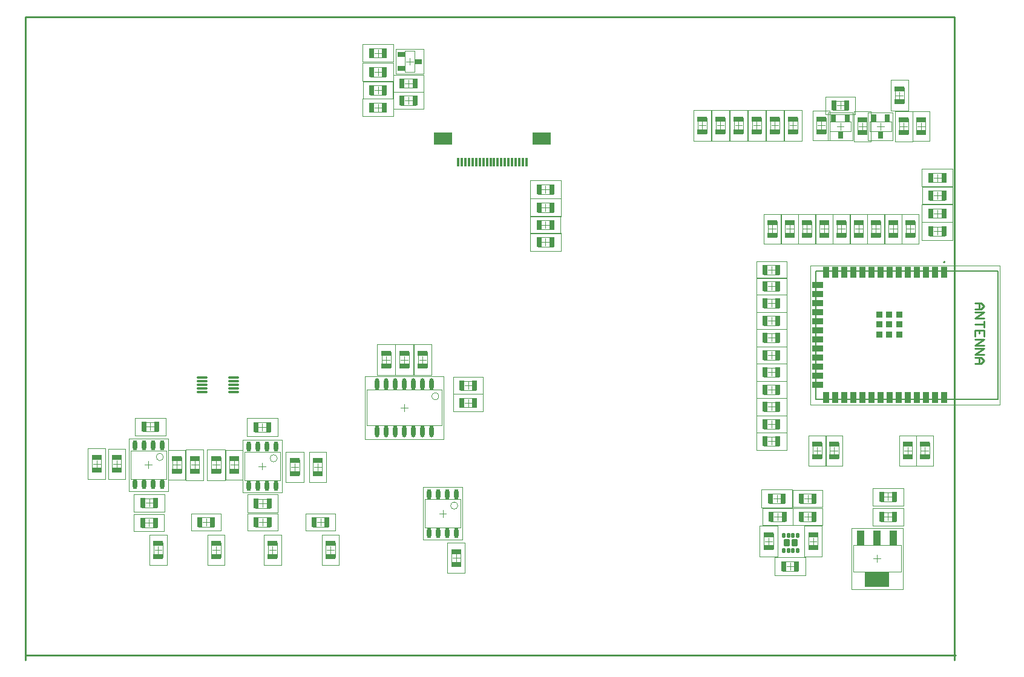
<source format=gtp>
G04*
G04 #@! TF.GenerationSoftware,Altium Limited,Altium Designer,22.0.2 (36)*
G04*
G04 Layer_Color=8421504*
%FSLAX44Y44*%
%MOMM*%
G71*
G04*
G04 #@! TF.SameCoordinates,44A75C0C-92E7-4886-82EC-FF5ABF5C97BD*
G04*
G04*
G04 #@! TF.FilePolarity,Positive*
G04*
G01*
G75*
%ADD11C,0.2540*%
%ADD13C,0.2000*%
%ADD14C,0.1000*%
%ADD15C,0.1270*%
%ADD16C,0.0500*%
%ADD17R,0.7500X1.0000*%
G04:AMPARAMS|DCode=18|XSize=0.6mm|YSize=0.5mm|CornerRadius=0.125mm|HoleSize=0mm|Usage=FLASHONLY|Rotation=90.000|XOffset=0mm|YOffset=0mm|HoleType=Round|Shape=RoundedRectangle|*
%AMROUNDEDRECTD18*
21,1,0.6000,0.2500,0,0,90.0*
21,1,0.3500,0.5000,0,0,90.0*
1,1,0.2500,0.1250,0.1750*
1,1,0.2500,0.1250,-0.1750*
1,1,0.2500,-0.1250,-0.1750*
1,1,0.2500,-0.1250,0.1750*
%
%ADD18ROUNDEDRECTD18*%
G04:AMPARAMS|DCode=19|XSize=1.04mm|YSize=0.85mm|CornerRadius=0.2125mm|HoleSize=0mm|Usage=FLASHONLY|Rotation=90.000|XOffset=0mm|YOffset=0mm|HoleType=Round|Shape=RoundedRectangle|*
%AMROUNDEDRECTD19*
21,1,1.0400,0.4250,0,0,90.0*
21,1,0.6150,0.8500,0,0,90.0*
1,1,0.4250,0.2125,0.3075*
1,1,0.4250,0.2125,-0.3075*
1,1,0.4250,-0.2125,-0.3075*
1,1,0.4250,-0.2125,0.3075*
%
%ADD19ROUNDEDRECTD19*%
%ADD20R,1.0000X2.1500*%
%ADD21R,3.3500X2.1500*%
%ADD22O,0.6000X1.6500*%
G04:AMPARAMS|DCode=23|XSize=1.45mm|YSize=0.3mm|CornerRadius=0.075mm|HoleSize=0mm|Usage=FLASHONLY|Rotation=180.000|XOffset=0mm|YOffset=0mm|HoleType=Round|Shape=RoundedRectangle|*
%AMROUNDEDRECTD23*
21,1,1.4500,0.1500,0,0,180.0*
21,1,1.3000,0.3000,0,0,180.0*
1,1,0.1500,-0.6500,0.0750*
1,1,0.1500,0.6500,0.0750*
1,1,0.1500,0.6500,-0.0750*
1,1,0.1500,-0.6500,-0.0750*
%
%ADD23ROUNDEDRECTD23*%
%ADD24O,0.6000X1.4500*%
%ADD25R,0.9000X0.9000*%
%ADD26R,0.9000X1.5000*%
%ADD27R,1.5000X0.9000*%
%ADD28R,0.8000X1.4000*%
%ADD29R,1.4000X0.8000*%
%ADD30R,1.0000X0.7500*%
%ADD31R,2.5000X1.8000*%
%ADD32R,0.3500X1.3000*%
%ADD33R,0.8000X1.4500*%
%ADD34R,1.4500X0.8000*%
D11*
X1300000D02*
Y900000D01*
X0D02*
X1300000D01*
X1270Y6350D02*
X1301270D01*
X0Y0D02*
Y900000D01*
X1328170Y499660D02*
X1336634D01*
X1340866Y495428D01*
X1336634Y491196D01*
X1328170D01*
X1334518D01*
Y499660D01*
X1328170Y486964D02*
X1340866D01*
X1328170Y478500D01*
X1340866D01*
Y474268D02*
Y465804D01*
Y470036D01*
X1328170D01*
X1340866Y453108D02*
Y461572D01*
X1328170D01*
Y453108D01*
X1334518Y461572D02*
Y457340D01*
X1328170Y448876D02*
X1340866D01*
X1328170Y440412D01*
X1340866D01*
X1328170Y436181D02*
X1340866D01*
X1328170Y427717D01*
X1340866D01*
X1328170Y423485D02*
X1336634D01*
X1340866Y419253D01*
X1336634Y415021D01*
X1328170D01*
X1334518D01*
Y423485D01*
D13*
X1286770Y556660D02*
G03*
X1286770Y556660I-1000J0D01*
G01*
D14*
X578500Y369000D02*
G03*
X578500Y369000I-5000J0D01*
G01*
X605000Y216000D02*
G03*
X605000Y216000I-5000J0D01*
G01*
X352450Y282210D02*
G03*
X352450Y282210I-5000J0D01*
G01*
X193200Y284080D02*
G03*
X193200Y284080I-5000J0D01*
G01*
X1125270Y753760D02*
X1155270D01*
X1125270Y739760D02*
X1155270D01*
Y753760D01*
X1125270Y739760D02*
Y753760D01*
X1158170Y160320D02*
X1225170D01*
X1158170Y123320D02*
X1225170D01*
Y160320D01*
X1158170Y123320D02*
Y160320D01*
X477500Y378000D02*
X582500D01*
X477500Y328000D02*
X582500D01*
Y378000D01*
X477500Y328000D02*
Y378000D01*
X559000Y185000D02*
Y225000D01*
X609000Y185000D02*
Y225000D01*
X559000Y185000D02*
X609000D01*
X559000Y225000D02*
X609000D01*
X306450Y251210D02*
Y291210D01*
X356450Y251210D02*
Y291210D01*
X306450Y251210D02*
X356450D01*
X306450Y291210D02*
X356450D01*
X147200Y253080D02*
Y293080D01*
X197200Y253080D02*
Y293080D01*
X147200Y253080D02*
X197200D01*
X147200Y293080D02*
X197200D01*
X1084060Y232320D02*
X1105060D01*
X1084060Y219320D02*
X1105060D01*
X1084060D02*
Y232320D01*
X1105060Y219320D02*
Y232320D01*
X1042150Y206920D02*
X1063150D01*
X1042150Y193920D02*
X1063150D01*
X1042150D02*
Y206920D01*
X1063150Y193920D02*
Y206920D01*
X1084060D02*
X1105060D01*
X1084060Y193920D02*
X1105060D01*
X1084060D02*
Y206920D01*
X1105060Y193920D02*
Y206920D01*
X525500Y813500D02*
X546500D01*
X525500Y800500D02*
X546500D01*
X525500D02*
Y813500D01*
X546500Y800500D02*
Y813500D01*
X525500Y776500D02*
X546500D01*
X525500Y789500D02*
X546500D01*
Y776500D02*
Y789500D01*
X525500Y776500D02*
Y789500D01*
X596160Y132230D02*
Y153230D01*
X609160Y132230D02*
Y153230D01*
X596160Y132230D02*
X609160D01*
X596160Y153230D02*
X609160D01*
X1033440Y336700D02*
X1054440D01*
X1033440Y323700D02*
X1054440D01*
X1033440D02*
Y336700D01*
X1054440Y323700D02*
Y336700D01*
X1159360Y592750D02*
Y613750D01*
X1172360Y592750D02*
Y613750D01*
X1159360Y592750D02*
X1172360D01*
X1159360Y613750D02*
X1172360D01*
X1033440Y360830D02*
X1054440D01*
X1033440Y347830D02*
X1054440D01*
X1033440D02*
Y360830D01*
X1054440Y347830D02*
Y360830D01*
X1033440Y552600D02*
X1054440D01*
X1033440Y539600D02*
X1054440D01*
X1033440D02*
Y552600D01*
X1054440Y539600D02*
Y552600D01*
X1033440Y396090D02*
X1054440D01*
X1033440Y409090D02*
X1054440D01*
Y396090D02*
Y409090D01*
X1033440Y396090D02*
Y409090D01*
Y312570D02*
X1054440D01*
X1033440Y299570D02*
X1054440D01*
X1033440D02*
Y312570D01*
X1054440Y299570D02*
Y312570D01*
X1033440Y420220D02*
X1054440D01*
X1033440Y433220D02*
X1054440D01*
Y420220D02*
Y433220D01*
X1033440Y420220D02*
Y433220D01*
Y444350D02*
X1054440D01*
X1033440Y457350D02*
X1054440D01*
Y444350D02*
Y457350D01*
X1033440Y444350D02*
Y457350D01*
Y468480D02*
X1054440D01*
X1033440Y481480D02*
X1054440D01*
Y468480D02*
Y481480D01*
X1033440Y468480D02*
Y481480D01*
Y492610D02*
X1054440D01*
X1033440Y505610D02*
X1054440D01*
Y492610D02*
Y505610D01*
X1033440Y492610D02*
Y505610D01*
Y516740D02*
X1054440D01*
X1033440Y529740D02*
X1054440D01*
Y516740D02*
Y529740D01*
X1033440Y516740D02*
Y529740D01*
X1086970Y592750D02*
Y613750D01*
X1099970Y592750D02*
Y613750D01*
X1086970Y592750D02*
X1099970D01*
X1086970Y613750D02*
X1099970D01*
X1183490Y592750D02*
Y613750D01*
X1196490Y592750D02*
Y613750D01*
X1183490Y592750D02*
X1196490D01*
X1183490Y613750D02*
X1196490D01*
X1207620Y592750D02*
Y613750D01*
X1220620Y592750D02*
Y613750D01*
X1207620Y592750D02*
X1220620D01*
X1207620Y613750D02*
X1220620D01*
X1231750Y592750D02*
Y613750D01*
X1244750Y592750D02*
Y613750D01*
X1231750Y592750D02*
X1244750D01*
X1231750Y613750D02*
X1244750D01*
X609012Y390500D02*
X630012D01*
X609012Y377500D02*
X630012D01*
X609012D02*
Y390500D01*
X630012Y377500D02*
Y390500D01*
X609012Y366500D02*
X630012D01*
X609012Y353500D02*
X630012D01*
X609012D02*
Y366500D01*
X630012Y353500D02*
Y366500D01*
X1033440Y384960D02*
X1054440D01*
X1033440Y371960D02*
X1054440D01*
X1033440D02*
Y384960D01*
X1054440Y371960D02*
Y384960D01*
X1051710Y592750D02*
Y613750D01*
X1038710Y592750D02*
Y613750D01*
X1051710D01*
X1038710Y592750D02*
X1051710D01*
X1075840D02*
Y613750D01*
X1062840Y592750D02*
Y613750D01*
X1075840D01*
X1062840Y592750D02*
X1075840D01*
X1124100D02*
Y613750D01*
X1111100Y592750D02*
Y613750D01*
X1124100D01*
X1111100Y592750D02*
X1124100D01*
X1148230D02*
Y613750D01*
X1135230Y592750D02*
Y613750D01*
X1148230D01*
X1135230Y592750D02*
X1148230D01*
X1138070Y282500D02*
Y303500D01*
X1125070Y282500D02*
Y303500D01*
X1138070D01*
X1125070Y282500D02*
X1138070D01*
X1265070D02*
Y303500D01*
X1252070Y282500D02*
Y303500D01*
X1265070D01*
X1252070Y282500D02*
X1265070D01*
X1240940D02*
Y303500D01*
X1227940Y282500D02*
Y303500D01*
X1240940D01*
X1227940Y282500D02*
X1240940D01*
X1246500Y736500D02*
Y757500D01*
X1259500Y736500D02*
Y757500D01*
X1246500Y736500D02*
X1259500D01*
X1246500Y757500D02*
X1259500D01*
X1235510Y736260D02*
Y757260D01*
X1222510Y736260D02*
Y757260D01*
X1235510D01*
X1222510Y736260D02*
X1235510D01*
X1164440D02*
Y757260D01*
X1177440Y736260D02*
Y757260D01*
X1164440Y736260D02*
X1177440D01*
X1164440Y757260D02*
X1177440D01*
X1107100Y737530D02*
Y758530D01*
X1120100Y737530D02*
Y758530D01*
X1107100Y737530D02*
X1120100D01*
X1107100Y758530D02*
X1120100D01*
X1129770Y769470D02*
X1150770D01*
X1129770Y782470D02*
X1150770D01*
Y769470D02*
Y782470D01*
X1129770Y769470D02*
Y782470D01*
X1101500Y282500D02*
Y303500D01*
X1114500Y282500D02*
Y303500D01*
X1101500Y282500D02*
X1114500D01*
X1101500Y303500D02*
X1114500D01*
X162500Y198500D02*
X183500D01*
X162500Y185500D02*
X183500D01*
X162500D02*
Y198500D01*
X183500Y185500D02*
Y198500D01*
X192500Y143500D02*
Y164500D01*
X179500Y143500D02*
Y164500D01*
X192500D01*
X179500Y143500D02*
X192500D01*
X121250Y263850D02*
Y284850D01*
X134250Y263850D02*
Y284850D01*
X121250Y263850D02*
X134250D01*
X121250Y284850D02*
X134250D01*
X242500Y186500D02*
X263500D01*
X242500Y199500D02*
X263500D01*
Y186500D02*
Y199500D01*
X242500Y186500D02*
Y199500D01*
X273500Y143500D02*
Y164500D01*
X260500Y143500D02*
Y164500D01*
X273500D01*
X260500Y143500D02*
X273500D01*
X218500Y262500D02*
Y283500D01*
X205500Y262500D02*
Y283500D01*
X218500D01*
X205500Y262500D02*
X218500D01*
X321500Y199500D02*
X342500D01*
X321500Y186500D02*
X342500D01*
X321500D02*
Y199500D01*
X342500Y186500D02*
Y199500D01*
X352500Y143500D02*
Y164500D01*
X339500Y143500D02*
Y164500D01*
X352500D01*
X339500Y143500D02*
X352500D01*
X285500Y262500D02*
Y283500D01*
X298500Y262500D02*
Y283500D01*
X285500Y262500D02*
X298500D01*
X285500Y283500D02*
X298500D01*
X402500Y186500D02*
X423500D01*
X402500Y199500D02*
X423500D01*
Y186500D02*
Y199500D01*
X402500Y186500D02*
Y199500D01*
X433500Y143500D02*
Y164500D01*
X420500Y143500D02*
Y164500D01*
X433500D01*
X420500Y143500D02*
X433500D01*
X415420Y259440D02*
Y280440D01*
X402420Y259440D02*
Y280440D01*
X415420D01*
X402420Y259440D02*
X415420D01*
X530680Y822620D02*
Y852620D01*
X544680Y822620D02*
Y852620D01*
X530680D02*
X544680D01*
X530680Y822620D02*
X544680D01*
X1181340Y753760D02*
X1211340D01*
X1181340Y739760D02*
X1211340D01*
Y753760D01*
X1181340Y739760D02*
Y753760D01*
X482890Y803830D02*
X503890D01*
X482890Y790830D02*
X503890D01*
X482890D02*
Y803830D01*
X503890Y790830D02*
Y803830D01*
X717110Y615480D02*
X738110D01*
X717110Y602480D02*
X738110D01*
X717110D02*
Y615480D01*
X738110Y602480D02*
Y615480D01*
X1265500Y643500D02*
X1286500D01*
X1265500Y656500D02*
X1286500D01*
Y643500D02*
Y656500D01*
X1265500Y643500D02*
Y656500D01*
X1061880Y219320D02*
Y232320D01*
X1040880Y219320D02*
Y232320D01*
Y219320D02*
X1061880D01*
X1040880Y232320D02*
X1061880D01*
X498500Y430500D02*
X511500D01*
X498500Y409500D02*
X511500D01*
Y430500D01*
X498500Y409500D02*
Y430500D01*
X1067650Y758530D02*
X1080650D01*
X1067650Y737530D02*
X1080650D01*
Y758530D01*
X1067650Y737530D02*
Y758530D01*
X991450D02*
X1004450D01*
X991450Y737530D02*
X1004450D01*
Y758530D01*
X991450Y737530D02*
Y758530D01*
X966050D02*
X979050D01*
X966050Y737530D02*
X979050D01*
Y758530D01*
X966050Y737530D02*
Y758530D01*
X183970Y213240D02*
Y226240D01*
X162970Y213240D02*
Y226240D01*
Y213240D02*
X183970D01*
X162970Y226240D02*
X183970D01*
X185240Y319920D02*
Y332920D01*
X164240Y319920D02*
Y332920D01*
Y319920D02*
X185240D01*
X164240Y332920D02*
X185240D01*
X342500Y212500D02*
Y225500D01*
X321500Y212500D02*
Y225500D01*
Y212500D02*
X342500D01*
X321500Y225500D02*
X342500D01*
X341950Y319320D02*
Y332320D01*
X320950Y319320D02*
Y332320D01*
Y319320D02*
X341950D01*
X320950Y332320D02*
X341950D01*
X1095680Y155630D02*
Y176630D01*
X1108680Y155630D02*
Y176630D01*
X1095680Y155630D02*
X1108680D01*
X1095680Y176630D02*
X1108680D01*
X1196410Y193740D02*
X1217410D01*
X1196410Y206740D02*
X1217410D01*
Y193740D02*
Y206740D01*
X1196410Y193740D02*
Y206740D01*
Y221680D02*
X1217410D01*
X1196410Y234680D02*
X1217410D01*
Y221680D02*
Y234680D01*
X1196410Y221680D02*
Y234680D01*
X1033450Y155630D02*
Y176630D01*
X1046450Y155630D02*
Y176630D01*
X1033450Y155630D02*
X1046450D01*
X1033450Y176630D02*
X1046450D01*
X1059500Y124500D02*
X1080500D01*
X1059500Y137500D02*
X1080500D01*
Y124500D02*
Y137500D01*
X1059500Y124500D02*
Y137500D01*
X562500Y409500D02*
Y430500D01*
X549500Y409500D02*
Y430500D01*
X562500D01*
X549500Y409500D02*
X562500D01*
X536550Y409590D02*
Y430590D01*
X523550Y409590D02*
Y430590D01*
X536550D01*
X523550Y409590D02*
X536550D01*
X482890Y766700D02*
X503890D01*
X482890Y779700D02*
X503890D01*
Y766700D02*
Y779700D01*
X482890Y766700D02*
Y779700D01*
Y816230D02*
X503890D01*
X482890Y829230D02*
X503890D01*
Y816230D02*
Y829230D01*
X482890Y816230D02*
Y829230D01*
Y842900D02*
X503890D01*
X482890Y855900D02*
X503890D01*
Y842900D02*
Y855900D01*
X482890Y842900D02*
Y855900D01*
X717110Y591350D02*
X738110D01*
X717110Y578350D02*
X738110D01*
X717110D02*
Y591350D01*
X738110Y578350D02*
Y591350D01*
X717110Y639610D02*
X738110D01*
X717110Y626610D02*
X738110D01*
X717110D02*
Y639610D01*
X738110Y626610D02*
Y639610D01*
X717110Y665010D02*
X738110D01*
X717110Y652010D02*
X738110D01*
X717110D02*
Y665010D01*
X738110Y652010D02*
Y665010D01*
X1265500Y681500D02*
X1286500D01*
X1265500Y668500D02*
X1286500D01*
X1265500D02*
Y681500D01*
X1286500Y668500D02*
Y681500D01*
X1265500Y593500D02*
X1286500D01*
X1265500Y606500D02*
X1286500D01*
Y593500D02*
Y606500D01*
X1265500Y593500D02*
Y606500D01*
Y618500D02*
X1286500D01*
X1265500Y631500D02*
X1286500D01*
Y618500D02*
Y631500D01*
X1265500Y618500D02*
Y631500D01*
X1229500Y779500D02*
Y800500D01*
X1216500Y779500D02*
Y800500D01*
X1229500D01*
X1216500Y779500D02*
X1229500D01*
X1055250Y737530D02*
Y758530D01*
X1042250Y737530D02*
Y758530D01*
X1055250D01*
X1042250Y737530D02*
X1055250D01*
X1029850D02*
Y758530D01*
X1016850Y737530D02*
Y758530D01*
X1029850D01*
X1016850Y737530D02*
X1029850D01*
X953650D02*
Y758530D01*
X940650Y737530D02*
Y758530D01*
X953650D01*
X940650Y737530D02*
X953650D01*
X93310Y263850D02*
Y284850D01*
X106310Y263850D02*
Y284850D01*
X93310Y263850D02*
X106310D01*
X93310Y284850D02*
X106310D01*
X243500Y262500D02*
Y283500D01*
X230500Y262500D02*
Y283500D01*
X243500D01*
X230500Y262500D02*
X243500D01*
X260500D02*
Y283500D01*
X273500Y262500D02*
Y283500D01*
X260500Y262500D02*
X273500D01*
X260500Y283500D02*
X273500D01*
X383416Y259440D02*
Y280440D01*
X370416Y259440D02*
Y280440D01*
X383416D01*
X370416Y259440D02*
X383416D01*
X1140270Y741760D02*
Y751760D01*
X1135270Y746760D02*
X1145270D01*
X1191670Y136820D02*
Y146820D01*
X1186670Y141820D02*
X1196670D01*
X530000Y348000D02*
Y358000D01*
X525000Y353000D02*
X535000D01*
X579000Y205000D02*
X589000D01*
X584000Y200000D02*
Y210000D01*
X326450Y271210D02*
X336450D01*
X331450Y266210D02*
Y276210D01*
X167200Y273080D02*
X177200D01*
X172200Y268080D02*
Y278080D01*
X1094560Y220820D02*
Y230820D01*
X1089560Y225820D02*
X1099560D01*
X1052650Y195420D02*
Y205420D01*
X1047650Y200420D02*
X1057650D01*
X1094560Y195420D02*
Y205420D01*
X1089560Y200420D02*
X1099560D01*
X536000Y802000D02*
Y812000D01*
X531000Y807000D02*
X541000D01*
X536000Y778000D02*
Y788000D01*
X531000Y783000D02*
X541000D01*
X597660Y142730D02*
X607660D01*
X602660Y137730D02*
Y147730D01*
X1043940Y325200D02*
Y335200D01*
X1038940Y330200D02*
X1048940D01*
X1160860Y603250D02*
X1170860D01*
X1165860Y598250D02*
Y608250D01*
X1043940Y349330D02*
Y359330D01*
X1038940Y354330D02*
X1048940D01*
X1043940Y541100D02*
Y551100D01*
X1038940Y546100D02*
X1048940D01*
X1043940Y397590D02*
Y407590D01*
X1038940Y402590D02*
X1048940D01*
X1043940Y301070D02*
Y311070D01*
X1038940Y306070D02*
X1048940D01*
X1043940Y421720D02*
Y431720D01*
X1038940Y426720D02*
X1048940D01*
X1043940Y445850D02*
Y455850D01*
X1038940Y450850D02*
X1048940D01*
X1043940Y469980D02*
Y479980D01*
X1038940Y474980D02*
X1048940D01*
X1043940Y494110D02*
Y504110D01*
X1038940Y499110D02*
X1048940D01*
X1043940Y518240D02*
Y528240D01*
X1038940Y523240D02*
X1048940D01*
X1088470Y603250D02*
X1098470D01*
X1093470Y598250D02*
Y608250D01*
X1184990Y603250D02*
X1194990D01*
X1189990Y598250D02*
Y608250D01*
X1209120Y603250D02*
X1219120D01*
X1214120Y598250D02*
Y608250D01*
X1233250Y603250D02*
X1243250D01*
X1238250Y598250D02*
Y608250D01*
X619512Y379000D02*
Y389000D01*
X614512Y384000D02*
X624512D01*
X619512Y355000D02*
Y365000D01*
X614512Y360000D02*
X624512D01*
X1043940Y373460D02*
Y383460D01*
X1038940Y378460D02*
X1048940D01*
X1040210Y603250D02*
X1050210D01*
X1045210Y598250D02*
Y608250D01*
X1064340Y603250D02*
X1074340D01*
X1069340Y598250D02*
Y608250D01*
X1112600Y603250D02*
X1122600D01*
X1117600Y598250D02*
Y608250D01*
X1136730Y603250D02*
X1146730D01*
X1141730Y598250D02*
Y608250D01*
X1126570Y293000D02*
X1136570D01*
X1131570Y288000D02*
Y298000D01*
X1253570Y293000D02*
X1263570D01*
X1258570Y288000D02*
Y298000D01*
X1229440Y293000D02*
X1239440D01*
X1234440Y288000D02*
Y298000D01*
X1248000Y747000D02*
X1258000D01*
X1253000Y742000D02*
Y752000D01*
X1224010Y746760D02*
X1234010D01*
X1229010Y741760D02*
Y751760D01*
X1165940Y746760D02*
X1175940D01*
X1170940Y741760D02*
Y751760D01*
X1108600Y748030D02*
X1118600D01*
X1113600Y743030D02*
Y753030D01*
X1140270Y770970D02*
Y780970D01*
X1135270Y775970D02*
X1145270D01*
X1103000Y293000D02*
X1113000D01*
X1108000Y288000D02*
Y298000D01*
X173000Y187000D02*
Y197000D01*
X168000Y192000D02*
X178000D01*
X181000Y154000D02*
X191000D01*
X186000Y149000D02*
Y159000D01*
X122750Y274350D02*
X132750D01*
X127750Y269350D02*
Y279350D01*
X253000Y188000D02*
Y198000D01*
X248000Y193000D02*
X258000D01*
X262000Y154000D02*
X272000D01*
X267000Y149000D02*
Y159000D01*
X207000Y273000D02*
X217000D01*
X212000Y268000D02*
Y278000D01*
X332000Y188000D02*
Y198000D01*
X327000Y193000D02*
X337000D01*
X341000Y154000D02*
X351000D01*
X346000Y149000D02*
Y159000D01*
X287000Y273000D02*
X297000D01*
X292000Y268000D02*
Y278000D01*
X413000Y188000D02*
Y198000D01*
X408000Y193000D02*
X418000D01*
X422000Y154000D02*
X432000D01*
X427000Y149000D02*
Y159000D01*
X403920Y269940D02*
X413920D01*
X408920Y264940D02*
Y274940D01*
X532680Y837620D02*
X542680D01*
X537680Y832620D02*
Y842620D01*
X1196340Y741760D02*
Y751760D01*
X1191340Y746760D02*
X1201340D01*
X493390Y792330D02*
Y802330D01*
X488390Y797330D02*
X498390D01*
X727610Y603980D02*
Y613980D01*
X722610Y608980D02*
X732610D01*
X1276000Y645000D02*
Y655000D01*
X1271000Y650000D02*
X1281000D01*
X1046380Y225820D02*
X1056380D01*
X1051380Y220820D02*
Y230820D01*
X505000Y415000D02*
Y425000D01*
X500000Y420000D02*
X510000D01*
X1074150Y743030D02*
Y753030D01*
X1069150Y748030D02*
X1079150D01*
X997950Y743030D02*
Y753030D01*
X992950Y748030D02*
X1002950D01*
X972550Y743030D02*
Y753030D01*
X967550Y748030D02*
X977550D01*
X168470Y219740D02*
X178470D01*
X173470Y214740D02*
Y224740D01*
X169740Y326420D02*
X179740D01*
X174740Y321420D02*
Y331420D01*
X327000Y219000D02*
X337000D01*
X332000Y214000D02*
Y224000D01*
X326450Y325820D02*
X336450D01*
X331450Y320820D02*
Y330820D01*
X1097180Y166130D02*
X1107180D01*
X1102180Y161130D02*
Y171130D01*
X1206910Y195240D02*
Y205240D01*
X1201910Y200240D02*
X1211910D01*
X1206910Y223180D02*
Y233180D01*
X1201910Y228180D02*
X1211910D01*
X1034950Y166130D02*
X1044950D01*
X1039950Y161130D02*
Y171130D01*
X1070000Y126000D02*
Y136000D01*
X1065000Y131000D02*
X1075000D01*
X551000Y420000D02*
X561000D01*
X556000Y415000D02*
Y425000D01*
X525050Y420090D02*
X535050D01*
X530050Y415090D02*
Y425090D01*
X493390Y768200D02*
Y778200D01*
X488390Y773200D02*
X498390D01*
X493390Y817730D02*
Y827730D01*
X488390Y822730D02*
X498390D01*
X493390Y844400D02*
Y854400D01*
X488390Y849400D02*
X498390D01*
X727610Y579850D02*
Y589850D01*
X722610Y584850D02*
X732610D01*
X727610Y628110D02*
Y638110D01*
X722610Y633110D02*
X732610D01*
X727610Y653510D02*
Y663510D01*
X722610Y658510D02*
X732610D01*
X1276000Y670000D02*
Y680000D01*
X1271000Y675000D02*
X1281000D01*
X1276000Y595000D02*
Y605000D01*
X1271000Y600000D02*
X1281000D01*
X1276000Y620000D02*
Y630000D01*
X1271000Y625000D02*
X1281000D01*
X1218000Y790000D02*
X1228000D01*
X1223000Y785000D02*
Y795000D01*
X1043750Y748030D02*
X1053750D01*
X1048750Y743030D02*
Y753030D01*
X1018350Y748030D02*
X1028350D01*
X1023350Y743030D02*
Y753030D01*
X942150Y748030D02*
X952150D01*
X947150Y743030D02*
Y753030D01*
X94810Y274350D02*
X104810D01*
X99810Y269350D02*
Y279350D01*
X232000Y273000D02*
X242000D01*
X237000Y268000D02*
Y278000D01*
X262000Y273000D02*
X272000D01*
X267000Y268000D02*
Y278000D01*
X371916Y269940D02*
X381916D01*
X376916Y264940D02*
Y274940D01*
D15*
X1360670Y364660D02*
Y544660D01*
X1300670Y364660D02*
X1360670D01*
X1105670D02*
X1300670D01*
X1105670D02*
Y544660D01*
X1300670D01*
X1360670D01*
X1300670Y364660D02*
Y544660D01*
D16*
X1122770Y766010D02*
X1157770D01*
X1122770Y727510D02*
X1157770D01*
Y766010D01*
X1122770Y727510D02*
Y766010D01*
X1155670Y184320D02*
X1227670D01*
X1155670Y99320D02*
X1227670D01*
Y184320D01*
X1155670Y99320D02*
Y184320D01*
X475000Y397000D02*
X585000D01*
X475000Y309000D02*
X585000D01*
Y397000D01*
X475000Y309000D02*
Y397000D01*
X556500Y168000D02*
Y242000D01*
X611500Y168000D02*
Y242000D01*
X556500Y168000D02*
X611500D01*
X556500Y242000D02*
X611500D01*
X303950Y234210D02*
Y308210D01*
X358950Y234210D02*
Y308210D01*
X303950Y234210D02*
X358950D01*
X303950Y308210D02*
X358950D01*
X144700Y236080D02*
Y310080D01*
X199700Y236080D02*
Y310080D01*
X144700Y236080D02*
X199700D01*
X144700Y310080D02*
X199700D01*
X1098170Y552160D02*
X1363170D01*
Y357160D02*
Y552160D01*
X1098170Y357160D02*
X1363170D01*
X1098170D02*
Y552160D01*
X1073560Y237820D02*
X1115560D01*
X1073560Y213820D02*
X1115560D01*
X1073560D02*
Y237820D01*
X1115560Y213820D02*
Y237820D01*
X1031650Y212420D02*
X1073650D01*
X1031650Y188420D02*
X1073650D01*
X1031650D02*
Y212420D01*
X1073650Y188420D02*
Y212420D01*
X1073560D02*
X1115560D01*
X1073560Y188420D02*
X1115560D01*
X1073560D02*
Y212420D01*
X1115560Y188420D02*
Y212420D01*
X515000Y819000D02*
X557000D01*
X515000Y795000D02*
X557000D01*
X515000D02*
Y819000D01*
X557000Y795000D02*
Y819000D01*
X515000Y771000D02*
X557000D01*
X515000Y795000D02*
X557000D01*
Y771000D02*
Y795000D01*
X515000Y771000D02*
Y795000D01*
X590660Y121730D02*
Y163730D01*
X614660Y121730D02*
Y163730D01*
X590660Y121730D02*
X614660D01*
X590660Y163730D02*
X614660D01*
X1022940Y342200D02*
X1064940D01*
X1022940Y318200D02*
X1064940D01*
X1022940D02*
Y342200D01*
X1064940Y318200D02*
Y342200D01*
X1153860Y582250D02*
Y624250D01*
X1177860Y582250D02*
Y624250D01*
X1153860Y582250D02*
X1177860D01*
X1153860Y624250D02*
X1177860D01*
X1022940Y366330D02*
X1064940D01*
X1022940Y342330D02*
X1064940D01*
X1022940D02*
Y366330D01*
X1064940Y342330D02*
Y366330D01*
X1022940Y558100D02*
X1064940D01*
X1022940Y534100D02*
X1064940D01*
X1022940D02*
Y558100D01*
X1064940Y534100D02*
Y558100D01*
X1022940Y390590D02*
X1064940D01*
X1022940Y414590D02*
X1064940D01*
Y390590D02*
Y414590D01*
X1022940Y390590D02*
Y414590D01*
X1022940Y318070D02*
X1064940D01*
X1022940Y294070D02*
X1064940D01*
X1022940D02*
Y318070D01*
X1064940Y294070D02*
Y318070D01*
X1022940Y414720D02*
X1064940D01*
X1022940Y438720D02*
X1064940D01*
Y414720D02*
Y438720D01*
X1022940Y414720D02*
Y438720D01*
Y438850D02*
X1064940D01*
X1022940Y462850D02*
X1064940D01*
Y438850D02*
Y462850D01*
X1022940Y438850D02*
Y462850D01*
Y462980D02*
X1064940D01*
X1022940Y486980D02*
X1064940D01*
Y462980D02*
Y486980D01*
X1022940Y462980D02*
Y486980D01*
Y487110D02*
X1064940D01*
X1022940Y511110D02*
X1064940D01*
Y487110D02*
Y511110D01*
X1022940Y487110D02*
Y511110D01*
Y511240D02*
X1064940D01*
X1022940Y535240D02*
X1064940D01*
Y511240D02*
Y535240D01*
X1022940Y511240D02*
Y535240D01*
X1081470Y582250D02*
Y624250D01*
X1105470Y582250D02*
Y624250D01*
X1081470Y582250D02*
X1105470D01*
X1081470Y624250D02*
X1105470D01*
X1177990Y582250D02*
Y624250D01*
X1201990Y582250D02*
Y624250D01*
X1177990Y582250D02*
X1201990D01*
X1177990Y624250D02*
X1201990D01*
X1202120Y582250D02*
Y624250D01*
X1226120Y582250D02*
Y624250D01*
X1202120Y582250D02*
X1226120D01*
X1202120Y624250D02*
X1226120D01*
X1226250Y582250D02*
Y624250D01*
X1250250Y582250D02*
Y624250D01*
X1226250Y582250D02*
X1250250D01*
X1226250Y624250D02*
X1250250D01*
X598512Y396000D02*
X640512D01*
X598512Y372000D02*
X640512D01*
X598512D02*
Y396000D01*
X640512Y372000D02*
Y396000D01*
X598512Y372000D02*
X640512D01*
X598512Y348000D02*
X640512D01*
X598512D02*
Y372000D01*
X640512Y348000D02*
Y372000D01*
X1022940Y390460D02*
X1064940D01*
X1022940Y366460D02*
X1064940D01*
X1022940D02*
Y390460D01*
X1064940Y366460D02*
Y390460D01*
X1057210Y582250D02*
Y624250D01*
X1033210Y582250D02*
Y624250D01*
X1057210D01*
X1033210Y582250D02*
X1057210D01*
X1081340D02*
Y624250D01*
X1057340Y582250D02*
Y624250D01*
X1081340D01*
X1057340Y582250D02*
X1081340D01*
X1129600D02*
Y624250D01*
X1105600Y582250D02*
Y624250D01*
X1129600D01*
X1105600Y582250D02*
X1129600D01*
X1153730D02*
Y624250D01*
X1129730Y582250D02*
Y624250D01*
X1153730D01*
X1129730Y582250D02*
X1153730D01*
X1143570Y272000D02*
Y314000D01*
X1119570Y272000D02*
Y314000D01*
X1143570D01*
X1119570Y272000D02*
X1143570D01*
X1270570D02*
Y314000D01*
X1246570Y272000D02*
Y314000D01*
X1270570D01*
X1246570Y272000D02*
X1270570D01*
X1246440D02*
Y314000D01*
X1222440Y272000D02*
Y314000D01*
X1246440D01*
X1222440Y272000D02*
X1246440D01*
X1241000Y726000D02*
Y768000D01*
X1265000Y726000D02*
Y768000D01*
X1241000Y726000D02*
X1265000D01*
X1241000Y768000D02*
X1265000D01*
X1241010Y725760D02*
Y767760D01*
X1217010Y725760D02*
Y767760D01*
X1241010D01*
X1217010Y725760D02*
X1241010D01*
X1158940Y725760D02*
Y767760D01*
X1182940Y725760D02*
Y767760D01*
X1158940Y725760D02*
X1182940D01*
X1158940Y767760D02*
X1182940D01*
X1101600Y727030D02*
Y769030D01*
X1125600Y727030D02*
Y769030D01*
X1101600Y727030D02*
X1125600D01*
X1101600Y769030D02*
X1125600D01*
X1119270Y763970D02*
X1161270D01*
X1119270Y787970D02*
X1161270D01*
Y763970D02*
Y787970D01*
X1119270Y763970D02*
Y787970D01*
X1096000Y272000D02*
Y314000D01*
X1120000Y272000D02*
Y314000D01*
X1096000Y272000D02*
X1120000D01*
X1096000Y314000D02*
X1120000D01*
X152000Y204000D02*
X194000D01*
X152000Y180000D02*
X194000D01*
X152000D02*
Y204000D01*
X194000Y180000D02*
Y204000D01*
X198000Y133000D02*
Y175000D01*
X174000Y133000D02*
Y175000D01*
X198000D01*
X174000Y133000D02*
X198000D01*
X115750Y253350D02*
Y295350D01*
X139750Y253350D02*
Y295350D01*
X115750Y253350D02*
X139750D01*
X115750Y295350D02*
X139750D01*
X232000Y181000D02*
X274000D01*
X232000Y205000D02*
X274000D01*
Y181000D02*
Y205000D01*
X232000Y181000D02*
Y205000D01*
X279000Y133000D02*
Y175000D01*
X255000Y133000D02*
Y175000D01*
X279000D01*
X255000Y133000D02*
X279000D01*
X224000Y252000D02*
Y294000D01*
X200000Y252000D02*
Y294000D01*
X224000D01*
X200000Y252000D02*
X224000D01*
X311000Y205000D02*
X353000D01*
X311000Y181000D02*
X353000D01*
X311000D02*
Y205000D01*
X353000Y181000D02*
Y205000D01*
X358000Y133000D02*
Y175000D01*
X334000Y133000D02*
Y175000D01*
X358000D01*
X334000Y133000D02*
X358000D01*
X280000Y252000D02*
Y294000D01*
X304000Y252000D02*
Y294000D01*
X280000Y252000D02*
X304000D01*
X280000Y294000D02*
X304000D01*
X392000Y181000D02*
X434000D01*
X392000Y205000D02*
X434000D01*
Y181000D02*
Y205000D01*
X392000Y181000D02*
Y205000D01*
X439000Y133000D02*
Y175000D01*
X415000Y133000D02*
Y175000D01*
X439000D01*
X415000Y133000D02*
X439000D01*
X420920Y248940D02*
Y290940D01*
X396920Y248940D02*
Y290940D01*
X420920D01*
X396920Y248940D02*
X420920D01*
X518430Y820120D02*
Y855120D01*
X556930Y820120D02*
Y855120D01*
X518430D02*
X556930D01*
X518430Y820120D02*
X556930D01*
X1178840Y766010D02*
X1213840D01*
X1178840Y727510D02*
X1213840D01*
Y766010D01*
X1178840Y727510D02*
Y766010D01*
X472390Y809330D02*
X514390D01*
X472390Y785330D02*
X514390D01*
X472390D02*
Y809330D01*
X514390Y785330D02*
Y809330D01*
X706610Y620980D02*
X748610D01*
X706610Y596980D02*
X748610D01*
X706610D02*
Y620980D01*
X748610Y596980D02*
Y620980D01*
X1255000Y638000D02*
X1297000D01*
X1255000Y662000D02*
X1297000D01*
Y638000D02*
Y662000D01*
X1255000Y638000D02*
Y662000D01*
X1072880Y213320D02*
Y238320D01*
X1029880Y213320D02*
Y238320D01*
Y213320D02*
X1072880D01*
X1029880Y238320D02*
X1072880D01*
X492500Y441500D02*
X517500D01*
X492500Y398500D02*
X517500D01*
Y441500D01*
X492500Y398500D02*
Y441500D01*
X1061650Y769530D02*
X1086650D01*
X1061650Y726530D02*
X1086650D01*
Y769530D01*
X1061650Y726530D02*
Y769530D01*
X985450D02*
X1010450D01*
X985450Y726530D02*
X1010450D01*
Y769530D01*
X985450Y726530D02*
Y769530D01*
X960050D02*
X985050D01*
X960050Y726530D02*
X985050D01*
Y769530D01*
X960050Y726530D02*
Y769530D01*
X194970Y207240D02*
Y232240D01*
X151970Y207240D02*
Y232240D01*
Y207240D02*
X194970D01*
X151970Y232240D02*
X194970D01*
X196240Y313920D02*
Y338920D01*
X153240Y313920D02*
Y338920D01*
Y313920D02*
X196240D01*
X153240Y338920D02*
X196240D01*
X353500Y206500D02*
Y231500D01*
X310500Y206500D02*
Y231500D01*
Y206500D02*
X353500D01*
X310500Y231500D02*
X353500D01*
X352950Y313320D02*
Y338320D01*
X309950Y313320D02*
Y338320D01*
Y313320D02*
X352950D01*
X309950Y338320D02*
X352950D01*
X1089680Y144630D02*
Y187630D01*
X1114680Y144630D02*
Y187630D01*
X1089680Y144630D02*
X1114680D01*
X1089680Y187630D02*
X1114680D01*
X1185410Y187740D02*
X1228410D01*
X1185410Y212740D02*
X1228410D01*
Y187740D02*
Y212740D01*
X1185410Y187740D02*
Y212740D01*
Y215680D02*
X1228410D01*
X1185410Y240680D02*
X1228410D01*
Y215680D02*
Y240680D01*
X1185410Y215680D02*
Y240680D01*
X1027450Y144630D02*
Y187630D01*
X1052450Y144630D02*
Y187630D01*
X1027450Y144630D02*
X1052450D01*
X1027450Y187630D02*
X1052450D01*
X1048500Y118500D02*
X1091500D01*
X1048500Y143500D02*
X1091500D01*
Y118500D02*
Y143500D01*
X1048500Y118500D02*
Y143500D01*
X568500Y398500D02*
Y441500D01*
X543500Y398500D02*
Y441500D01*
X568500D01*
X543500Y398500D02*
X568500D01*
X542550Y398590D02*
Y441590D01*
X517550Y398590D02*
Y441590D01*
X542550D01*
X517550Y398590D02*
X542550D01*
X471890Y760700D02*
X514890D01*
X471890Y785700D02*
X514890D01*
Y760700D02*
Y785700D01*
X471890Y760700D02*
Y785700D01*
Y810230D02*
X514890D01*
X471890Y835230D02*
X514890D01*
Y810230D02*
Y835230D01*
X471890Y810230D02*
Y835230D01*
Y836900D02*
X514890D01*
X471890Y861900D02*
X514890D01*
Y836900D02*
Y861900D01*
X471890Y836900D02*
Y861900D01*
X706110Y597350D02*
X749110D01*
X706110Y572350D02*
X749110D01*
X706110D02*
Y597350D01*
X749110Y572350D02*
Y597350D01*
X706110Y645610D02*
X749110D01*
X706110Y620610D02*
X749110D01*
X706110D02*
Y645610D01*
X749110Y620610D02*
Y645610D01*
X706110Y671010D02*
X749110D01*
X706110Y646010D02*
X749110D01*
X706110D02*
Y671010D01*
X749110Y646010D02*
Y671010D01*
X1254500Y687500D02*
X1297500D01*
X1254500Y662500D02*
X1297500D01*
X1254500D02*
Y687500D01*
X1297500Y662500D02*
Y687500D01*
X1254500Y587500D02*
X1297500D01*
X1254500Y612500D02*
X1297500D01*
Y587500D02*
Y612500D01*
X1254500Y587500D02*
Y612500D01*
X1297500D01*
X1254500Y637500D02*
X1297500D01*
Y612500D02*
Y637500D01*
X1254500Y612500D02*
Y637500D01*
X1235500Y768500D02*
Y811500D01*
X1210500Y768500D02*
Y811500D01*
X1235500D01*
X1210500Y768500D02*
X1235500D01*
X1061250Y726530D02*
Y769530D01*
X1036250Y726530D02*
Y769530D01*
X1061250D01*
X1036250Y726530D02*
X1061250D01*
X1035850D02*
Y769530D01*
X1010850Y726530D02*
Y769530D01*
X1035850D01*
X1010850Y726530D02*
X1035850D01*
X959650D02*
Y769530D01*
X934650Y726530D02*
Y769530D01*
X959650D01*
X934650Y726530D02*
X959650D01*
X87310Y252850D02*
Y295850D01*
X112310Y252850D02*
Y295850D01*
X87310Y252850D02*
X112310D01*
X87310Y295850D02*
X112310D01*
X249500Y251500D02*
Y294500D01*
X224500Y251500D02*
Y294500D01*
X249500D01*
X224500Y251500D02*
X249500D01*
X254500Y251500D02*
Y294500D01*
X279500Y251500D02*
Y294500D01*
X254500Y251500D02*
X279500D01*
X254500Y294500D02*
X279500D01*
X389416Y248440D02*
Y291440D01*
X364416Y248440D02*
Y291440D01*
X389416D01*
X364416Y248440D02*
X389416D01*
D17*
X1149770Y758760D02*
D03*
X1130770D02*
D03*
X1140270Y734760D02*
D03*
X1205840Y758760D02*
D03*
X1186840D02*
D03*
X1196340Y734760D02*
D03*
D18*
X1061000Y153500D02*
D03*
X1067500D02*
D03*
X1080500Y174500D02*
D03*
X1074000D02*
D03*
X1061000D02*
D03*
X1067500D02*
D03*
X1080500Y153500D02*
D03*
X1074000D02*
D03*
D19*
X1065500Y164000D02*
D03*
X1076000D02*
D03*
D20*
X1214670Y171070D02*
D03*
X1191670D02*
D03*
X1168670D02*
D03*
D21*
X1191670Y112570D02*
D03*
D22*
X568100Y386250D02*
D03*
X555400D02*
D03*
X542700D02*
D03*
X530000D02*
D03*
X517300D02*
D03*
X504600D02*
D03*
X491900D02*
D03*
X568100Y319750D02*
D03*
X555400D02*
D03*
X542700D02*
D03*
X530000D02*
D03*
X517300D02*
D03*
X504600D02*
D03*
X491900D02*
D03*
D23*
X291000Y375000D02*
D03*
Y380000D02*
D03*
X247000Y395000D02*
D03*
Y390000D02*
D03*
X291000Y395000D02*
D03*
Y390000D02*
D03*
Y385000D02*
D03*
X247000Y375000D02*
D03*
Y385000D02*
D03*
Y380000D02*
D03*
D24*
X564950Y177750D02*
D03*
X577650D02*
D03*
X590350D02*
D03*
X603050D02*
D03*
X564950Y232250D02*
D03*
X577650D02*
D03*
X590350D02*
D03*
X603050D02*
D03*
X312400Y243960D02*
D03*
X325100D02*
D03*
X337800D02*
D03*
X350500D02*
D03*
X312400Y298460D02*
D03*
X325100D02*
D03*
X337800D02*
D03*
X350500D02*
D03*
X153150Y245830D02*
D03*
X165850D02*
D03*
X178550D02*
D03*
X191250D02*
D03*
X153150Y300330D02*
D03*
X165850D02*
D03*
X178550D02*
D03*
X191250D02*
D03*
D25*
X1208570Y469660D02*
D03*
Y483660D02*
D03*
Y455660D02*
D03*
X1194570Y483660D02*
D03*
Y469660D02*
D03*
Y455660D02*
D03*
X1222570Y483660D02*
D03*
Y469660D02*
D03*
Y455660D02*
D03*
D26*
X1285770Y542160D02*
D03*
X1273070D02*
D03*
X1260370D02*
D03*
X1247670D02*
D03*
X1234970D02*
D03*
X1222270D02*
D03*
X1209570D02*
D03*
X1196870D02*
D03*
X1184170D02*
D03*
X1171470D02*
D03*
X1158770D02*
D03*
X1146070D02*
D03*
X1133370D02*
D03*
X1120670D02*
D03*
Y367160D02*
D03*
X1133370D02*
D03*
X1146070D02*
D03*
X1158770D02*
D03*
X1171470D02*
D03*
X1184170D02*
D03*
X1196870D02*
D03*
X1209570D02*
D03*
X1222270D02*
D03*
X1234970D02*
D03*
X1247670D02*
D03*
X1260370D02*
D03*
X1273070D02*
D03*
X1285770D02*
D03*
D27*
X1108170Y524510D02*
D03*
Y511810D02*
D03*
Y499110D02*
D03*
Y486410D02*
D03*
Y473710D02*
D03*
Y461010D02*
D03*
Y448310D02*
D03*
Y435610D02*
D03*
Y422910D02*
D03*
Y410210D02*
D03*
Y397510D02*
D03*
Y384810D02*
D03*
D28*
X1085560Y225820D02*
D03*
X1103560D02*
D03*
X1043650Y200420D02*
D03*
X1061650D02*
D03*
X1085560D02*
D03*
X1103560D02*
D03*
X527000Y807000D02*
D03*
X545000D02*
D03*
X545000Y783000D02*
D03*
X527000D02*
D03*
X1034940Y330200D02*
D03*
X1052940D02*
D03*
X1034940Y354330D02*
D03*
X1052940D02*
D03*
X1034940Y546100D02*
D03*
X1052940D02*
D03*
X1052940Y402590D02*
D03*
X1034940D02*
D03*
X1034940Y306070D02*
D03*
X1052940D02*
D03*
X1052940Y426720D02*
D03*
X1034940D02*
D03*
X1052940Y450850D02*
D03*
X1034940D02*
D03*
X1052940Y474980D02*
D03*
X1034940D02*
D03*
X1052940Y499110D02*
D03*
X1034940D02*
D03*
X1052940Y523240D02*
D03*
X1034940D02*
D03*
X610512Y384000D02*
D03*
X628512D02*
D03*
X610512Y360000D02*
D03*
X628512D02*
D03*
X1034940Y378460D02*
D03*
X1052940D02*
D03*
X1149270Y775970D02*
D03*
X1131270D02*
D03*
X164000Y192000D02*
D03*
X182000D02*
D03*
X262000Y193000D02*
D03*
X244000D02*
D03*
X323000D02*
D03*
X341000D02*
D03*
X422000D02*
D03*
X404000D02*
D03*
X484390Y797330D02*
D03*
X502390D02*
D03*
X718610Y608980D02*
D03*
X736610D02*
D03*
X1285000Y650000D02*
D03*
X1267000D02*
D03*
D29*
X602660Y133730D02*
D03*
Y151730D02*
D03*
X1165860Y594250D02*
D03*
Y612250D02*
D03*
X1093470Y594250D02*
D03*
Y612250D02*
D03*
X1189990Y594250D02*
D03*
Y612250D02*
D03*
X1214120Y594250D02*
D03*
Y612250D02*
D03*
X1238250Y594250D02*
D03*
Y612250D02*
D03*
X1045210Y612250D02*
D03*
Y594250D02*
D03*
X1069340Y612250D02*
D03*
Y594250D02*
D03*
X1117600Y612250D02*
D03*
Y594250D02*
D03*
X1141730Y612250D02*
D03*
Y594250D02*
D03*
X1131570Y302000D02*
D03*
Y284000D02*
D03*
X1258570Y302000D02*
D03*
Y284000D02*
D03*
X1234440Y302000D02*
D03*
Y284000D02*
D03*
X1253000Y738000D02*
D03*
Y756000D02*
D03*
X1229010Y755760D02*
D03*
Y737760D02*
D03*
X1170940Y737760D02*
D03*
Y755760D02*
D03*
X1113600Y739030D02*
D03*
Y757030D02*
D03*
X1108000Y284000D02*
D03*
Y302000D02*
D03*
X186000Y163000D02*
D03*
Y145000D02*
D03*
X127750Y265350D02*
D03*
Y283350D02*
D03*
X267000Y163000D02*
D03*
Y145000D02*
D03*
X212000Y282000D02*
D03*
Y264000D02*
D03*
X346000Y163000D02*
D03*
Y145000D02*
D03*
X292000Y264000D02*
D03*
Y282000D02*
D03*
X427000Y163000D02*
D03*
Y145000D02*
D03*
X408920Y278940D02*
D03*
Y260940D02*
D03*
D30*
X525680Y847120D02*
D03*
Y828120D02*
D03*
X549680Y837620D02*
D03*
D31*
X722360Y729890D02*
D03*
X584360D02*
D03*
D32*
X700860Y696390D02*
D03*
X695860D02*
D03*
X690860D02*
D03*
X685860D02*
D03*
X680860D02*
D03*
X675860D02*
D03*
X670860D02*
D03*
X665860D02*
D03*
X655860D02*
D03*
X660860D02*
D03*
X605860D02*
D03*
X610860D02*
D03*
X615860D02*
D03*
X620860D02*
D03*
X625860D02*
D03*
X630860D02*
D03*
X635860D02*
D03*
X640860D02*
D03*
X650860D02*
D03*
X645860D02*
D03*
D33*
X1060380Y225820D02*
D03*
X1042380D02*
D03*
X182470Y219740D02*
D03*
X164470D02*
D03*
X183740Y326420D02*
D03*
X165740D02*
D03*
X341000Y219000D02*
D03*
X323000D02*
D03*
X340450Y325820D02*
D03*
X322450D02*
D03*
X1215910Y200240D02*
D03*
X1197910D02*
D03*
X1215910Y228180D02*
D03*
X1197910D02*
D03*
X1079000Y131000D02*
D03*
X1061000D02*
D03*
X502390Y773200D02*
D03*
X484390D02*
D03*
X502390Y822730D02*
D03*
X484390D02*
D03*
X502390Y849400D02*
D03*
X484390D02*
D03*
X718610Y584850D02*
D03*
X736610D02*
D03*
X718610Y633110D02*
D03*
X736610D02*
D03*
X718610Y658510D02*
D03*
X736610D02*
D03*
X1267000Y675000D02*
D03*
X1285000D02*
D03*
X1285000Y600000D02*
D03*
X1267000D02*
D03*
X1285000Y625000D02*
D03*
X1267000D02*
D03*
D34*
X505000Y429000D02*
D03*
Y411000D02*
D03*
X1074150Y757030D02*
D03*
Y739030D02*
D03*
X997950Y757030D02*
D03*
Y739030D02*
D03*
X972550Y757030D02*
D03*
Y739030D02*
D03*
X1102180Y157130D02*
D03*
Y175130D02*
D03*
X1039950Y157130D02*
D03*
Y175130D02*
D03*
X556000Y429000D02*
D03*
Y411000D02*
D03*
X530050Y429090D02*
D03*
Y411090D02*
D03*
X1223000Y799000D02*
D03*
Y781000D02*
D03*
X1048750Y757030D02*
D03*
Y739030D02*
D03*
X1023350Y757030D02*
D03*
Y739030D02*
D03*
X947150Y757030D02*
D03*
Y739030D02*
D03*
X99810Y265350D02*
D03*
Y283350D02*
D03*
X237000Y282000D02*
D03*
Y264000D02*
D03*
X267000Y264000D02*
D03*
Y282000D02*
D03*
X376916Y278940D02*
D03*
Y260940D02*
D03*
M02*

</source>
